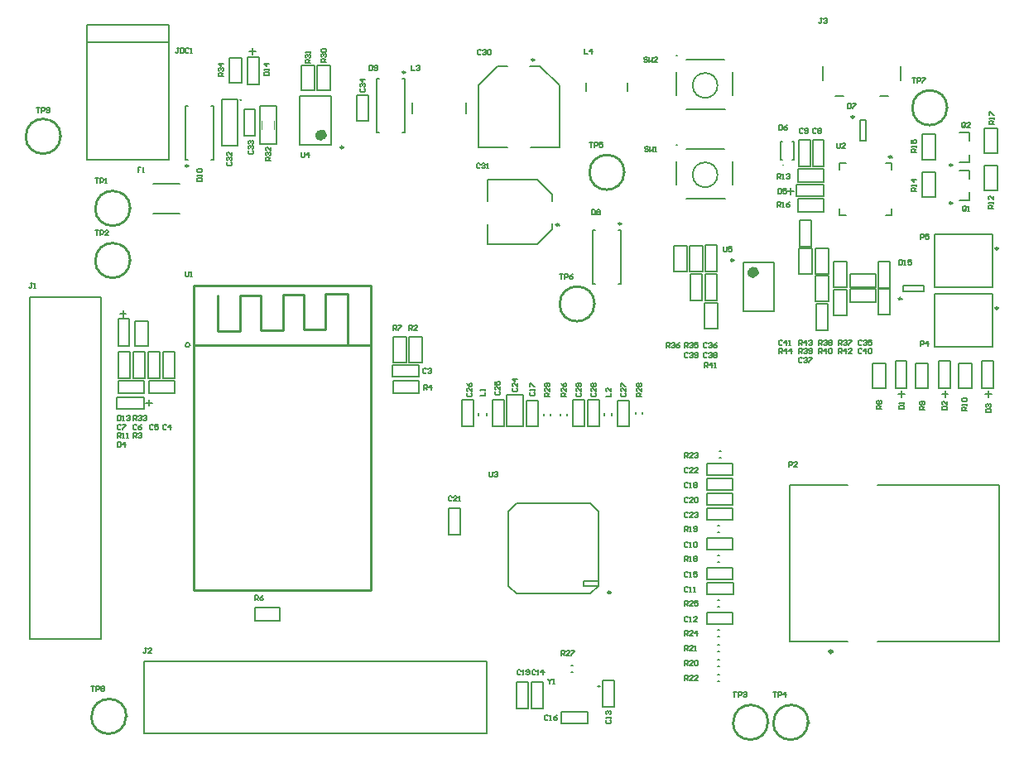
<source format=gto>
%FSTAX23Y23*%
%MOIN*%
%SFA1B1*%

%IPPOS*%
%ADD10C,0.003900*%
%ADD11C,0.009800*%
%ADD12C,0.006000*%
%ADD13C,0.023600*%
%ADD14C,0.010000*%
%ADD15C,0.007900*%
%ADD16C,0.011800*%
%ADD17C,0.007000*%
%ADD18C,0.004000*%
%ADD19C,0.005000*%
%LNv1.0-1*%
%LPD*%
G54D10*
X04059Y0449D02*
D01*
D01*
G75*
G03X04055I-00002J0D01*
G74*G01*
D01*
G75*
G03X04059I00002J0D01*
G74*G01*
X01876Y04752D02*
D01*
D01*
G75*
G03X01872I-00002J0D01*
G74*G01*
D01*
G75*
G03X01876I00002J0D01*
G74*G01*
G54D11*
X0474Y04489D02*
D01*
D01*
G75*
G03X0473I-00004J0D01*
G74*G01*
D01*
G75*
G03X0474I00004J0D01*
G74*G01*
X04739Y04337D02*
D01*
D01*
G75*
G03X04729I-00004J0D01*
G74*G01*
D01*
G75*
G03X04739I00004J0D01*
G74*G01*
X04924Y04153D02*
D01*
D01*
G75*
G03X04914I-00004J0D01*
G74*G01*
D01*
G75*
G03X04924I00004J0D01*
G74*G01*
Y03913D02*
D01*
D01*
G75*
G03X04914I-00004J0D01*
G74*G01*
D01*
G75*
G03X04924I00004J0D01*
G74*G01*
X03057Y04913D02*
D01*
D01*
G75*
G03X03047I-00004J0D01*
G74*G01*
D01*
G75*
G03X03057I00004J0D01*
G74*G01*
X02537Y04863D02*
D01*
D01*
G75*
G03X02527I-00004J0D01*
G74*G01*
D01*
G75*
G03X02537I00004J0D01*
G74*G01*
X02287Y04561D02*
D01*
D01*
G75*
G03X02277I-00004J0D01*
G74*G01*
D01*
G75*
G03X02287I00004J0D01*
G74*G01*
X01662Y04486D02*
D01*
D01*
G75*
G03X01653I-00004J0D01*
G74*G01*
D01*
G75*
G03X01662I00004J0D01*
G74*G01*
X04535Y03951D02*
D01*
D01*
G75*
G03X04525I-00004J0D01*
G74*G01*
D01*
G75*
G03X04535I00004J0D01*
G74*G01*
X03858Y04106D02*
D01*
D01*
G75*
G03X03849I-00004J0D01*
G74*G01*
D01*
G75*
G03X03858I00004J0D01*
G74*G01*
X04495Y04522D02*
D01*
D01*
G75*
G03X04485I-00004J0D01*
G74*G01*
D01*
G75*
G03X04495I00004J0D01*
G74*G01*
X04344Y04683D02*
D01*
D01*
G75*
G03X04334I-00004J0D01*
G74*G01*
D01*
G75*
G03X04344I00004J0D01*
G74*G01*
X03407Y04253D02*
D01*
D01*
G75*
G03X03397I-00004J0D01*
G74*G01*
D01*
G75*
G03X03407I00004J0D01*
G74*G01*
X03364Y02768D02*
D01*
D01*
G75*
G03X03354I-00004J0D01*
G74*G01*
D01*
G75*
G03X03364I00004J0D01*
G74*G01*
X03155Y04248D02*
D01*
D01*
G75*
G03X03145I-00004J0D01*
G74*G01*
D01*
G75*
G03X03155I00004J0D01*
G74*G01*
G54D12*
X03795Y0445D02*
D01*
D01*
G75*
G03X03695I-00050J0D01*
G74*G01*
D01*
G75*
G03X03795I00050J0D01*
G74*G01*
Y0481D02*
D01*
D01*
G75*
G03X03695I-00050J0D01*
G74*G01*
D01*
G75*
G03X03795I00050J0D01*
G74*G01*
X03851Y02642D02*
X03857D01*
Y02688*
X03752D02*
X03857D01*
X03752Y02642D02*
Y02688D01*
Y02642D02*
X03851D01*
X03752Y02808D02*
X03759D01*
X03752Y02762D02*
Y02808D01*
Y02762D02*
X03858D01*
Y02808*
X03759D02*
X03858D01*
X03851Y02822D02*
X03857D01*
Y02868*
X03752D02*
X03857D01*
X03752Y02822D02*
Y02868D01*
Y02822D02*
X03851D01*
X03752Y02942D02*
X03851D01*
X03752D02*
Y02988D01*
X03857*
Y02942D02*
Y02988D01*
X03851Y02942D02*
X03857D01*
X0385Y03062D02*
X03857D01*
Y03108*
X03751D02*
X03857D01*
X03751Y03062D02*
Y03108D01*
Y03062D02*
X0385D01*
X03851Y03122D02*
X03857D01*
Y03168*
X03752D02*
X03857D01*
X03752Y03122D02*
Y03168D01*
Y03122D02*
X03851D01*
Y03182D02*
X03857D01*
Y03228*
X03752D02*
X03857D01*
X03752Y03182D02*
Y03228D01*
Y03182D02*
X03851D01*
Y03242D02*
X03857D01*
Y03288*
X03752D02*
X03857D01*
X03752Y03242D02*
Y03288D01*
Y03242D02*
X03851D01*
X03332Y02307D02*
Y02314D01*
Y02307D02*
X03378D01*
Y02413*
X03332D02*
X03378D01*
X03332Y02314D02*
Y02413D01*
X03266Y02242D02*
X03272D01*
Y02288*
X03167D02*
X03272D01*
X03167Y02242D02*
Y02288D01*
Y02242D02*
X03266D01*
X02487Y03637D02*
X02586D01*
X02487D02*
Y03683D01*
X02592*
Y03637D02*
Y03683D01*
X02586Y03637D02*
X02592D01*
X02493Y03621D02*
X02591D01*
Y03569D02*
Y03621D01*
X02489Y03569D02*
X02591D01*
X02489D02*
Y03621D01*
X02493*
X03438Y03535D02*
Y03542D01*
X03392D02*
X03438D01*
X03392Y03436D02*
Y03542D01*
Y03436D02*
X03438D01*
Y03535*
X03272Y03437D02*
Y03444D01*
Y03437D02*
X03318D01*
Y03543*
X03272D02*
X03318D01*
X03272Y03444D02*
Y03543D01*
X03212Y03437D02*
Y03444D01*
Y03437D02*
X03258D01*
Y03543*
X03212D02*
X03258D01*
X03212Y03444D02*
Y03543D01*
X03073Y03536D02*
Y03542D01*
X03027D02*
X03073D01*
X03027Y03437D02*
Y03542D01*
Y03437D02*
X03073D01*
Y03536*
X03013Y03437D02*
Y03551D01*
X02947Y03437D02*
X03013D01*
X02947D02*
Y03563D01*
X03013*
Y03551D02*
Y03563D01*
X02935Y03537D02*
Y03543D01*
X02889D02*
X02935D01*
X02889Y03438D02*
Y03543D01*
Y03438D02*
X02935D01*
Y03537*
X02767Y03437D02*
Y03444D01*
Y03437D02*
X02813D01*
Y03543*
X02767D02*
X02813D01*
X02767Y03444D02*
Y03543D01*
X03619Y04066D02*
Y04164D01*
X03671*
Y04062D02*
Y04164D01*
X03619Y04062D02*
X03671D01*
X03619D02*
Y04066D01*
X03684D02*
Y04164D01*
X03736*
Y04062D02*
Y04164D01*
X03684Y04062D02*
X03736D01*
X03684D02*
Y04066D01*
X03793Y0406D02*
Y04159D01*
X03747Y0406D02*
X03793D01*
X03747D02*
Y04166D01*
X03793*
Y04159D02*
Y04166D01*
X03747Y03952D02*
Y04051D01*
X03793*
Y03945D02*
Y04051D01*
X03747Y03945D02*
X03793D01*
X03747D02*
Y03952D01*
X03796Y03832D02*
Y0393D01*
X03744Y03832D02*
X03796D01*
X03744D02*
Y03934D01*
X03796*
Y0393D02*
Y03934D01*
X03687Y03952D02*
Y04051D01*
X03733*
Y03945D02*
Y04051D01*
X03687Y03945D02*
X03733D01*
X03687D02*
Y03952D01*
X04218Y04421D02*
X04222D01*
Y04473*
X0412D02*
X04222D01*
X0412Y04421D02*
Y04473D01*
Y04421D02*
X04218D01*
X04112Y04364D02*
X04217D01*
X04112D02*
Y0441D01*
X04222*
Y04399D02*
Y0441D01*
Y04364D02*
Y04399D01*
X04217Y04364D02*
X04222D01*
X04124Y04353D02*
X04222D01*
Y04301D02*
Y04353D01*
X0412Y04301D02*
X04222D01*
X0412D02*
Y04353D01*
X04124*
X0487Y0454D02*
Y04638D01*
X04922*
Y04536D02*
Y04638D01*
X0487Y04536D02*
X04922D01*
X0487D02*
Y0454D01*
Y0439D02*
Y04488D01*
X04922*
Y04386D02*
Y04488D01*
X0487Y04386D02*
X04922D01*
X0487D02*
Y0439D01*
X0462Y04515D02*
Y04613D01*
X04672*
Y04511D02*
Y04613D01*
X0462Y04511D02*
X04672D01*
X0462D02*
Y04515D01*
Y04363D02*
Y04461D01*
X04672*
Y04359D02*
Y04461D01*
X0462Y04359D02*
X04672D01*
X0462D02*
Y04363D01*
X04905Y03695D02*
Y037D01*
X0487D02*
X04905D01*
X04859D02*
X0487D01*
X04859Y0359D02*
Y037D01*
Y0359D02*
X04905D01*
Y03695*
X04766Y0359D02*
Y03594D01*
Y0359D02*
X04818D01*
Y03692*
X04766D02*
X04818D01*
X04766Y03594D02*
Y03692D01*
X04731Y03695D02*
Y037D01*
X04696D02*
X04731D01*
X04685D02*
X04696D01*
X04685Y0359D02*
Y037D01*
Y0359D02*
X04731D01*
Y03695*
X04592Y0359D02*
Y03594D01*
Y0359D02*
X04644D01*
Y03692*
X04592D02*
X04644D01*
X04592Y03594D02*
Y03692D01*
X04557Y03695D02*
Y037D01*
X04522D02*
X04557D01*
X04511D02*
X04522D01*
X04511Y0359D02*
Y037D01*
Y0359D02*
X04557D01*
Y03695*
X04419Y0359D02*
Y03594D01*
Y0359D02*
X04471D01*
Y03692*
X04419D02*
X04471D01*
X04419Y03594D02*
Y03692D01*
X04442Y03892D02*
Y03991D01*
X04488*
Y03886D02*
Y03991D01*
X04442Y03886D02*
X04488D01*
X04442D02*
Y03892D01*
Y04002D02*
Y04101D01*
X04488*
Y03995D02*
Y04101D01*
X04442Y03995D02*
X04488D01*
X04442D02*
Y04002D01*
X04329Y03937D02*
X04427D01*
X04329D02*
Y03989D01*
X04431*
Y03937D02*
Y03989D01*
X04427Y03937D02*
X04431D01*
X04329Y03997D02*
X04427D01*
X04329D02*
Y04049D01*
X04431*
Y03997D02*
Y04049D01*
X04427Y03997D02*
X04431D01*
X04264Y04001D02*
Y04099D01*
X04316*
Y03997D02*
Y04099D01*
X04264Y03997D02*
X04316D01*
X04264D02*
Y04001D01*
Y03888D02*
Y03986D01*
X04316*
Y03884D02*
Y03986D01*
X04264Y03884D02*
X04316D01*
X04264D02*
Y03888D01*
X04241Y04052D02*
Y0415D01*
X04189Y04052D02*
X04241D01*
X04189D02*
Y04154D01*
X04241*
Y0415D02*
Y04154D01*
X04173Y04162D02*
Y04261D01*
X04127Y04162D02*
X04173D01*
X04127D02*
Y04267D01*
X04173*
Y04261D02*
Y04267D01*
X04176Y04052D02*
Y0415D01*
X04124Y04052D02*
X04176D01*
X04124D02*
Y04154D01*
X04176*
Y0415D02*
Y04154D01*
X04241Y03942D02*
Y0404D01*
X04189Y03942D02*
X04241D01*
X04189D02*
Y04044D01*
X04241*
Y0404D02*
Y04044D01*
X04192Y03832D02*
Y03931D01*
X04238*
Y03825D02*
Y03931D01*
X04192Y03825D02*
X04238D01*
X04192D02*
Y03832D01*
X03855Y0441D02*
Y04505D01*
X0367Y04555D02*
X03824D01*
X0363Y0441D02*
Y04505D01*
X0367Y04355D02*
X03825D01*
X03855Y0477D02*
Y04865D01*
X0367Y04915D02*
X03824D01*
X0363Y0477D02*
Y04865D01*
X0367Y04715D02*
X03825D01*
X02342Y04673D02*
Y04772D01*
X02388*
Y04666D02*
Y04772D01*
X02342Y04666D02*
X02388D01*
X02342D02*
Y04673D01*
X02119Y04793D02*
Y04891D01*
X02171*
Y04789D02*
Y04891D01*
X02119Y04789D02*
X02171D01*
X02119D02*
Y04793D01*
X02236Y04789D02*
Y04887D01*
X02184Y04789D02*
X02236D01*
X02184D02*
Y04891D01*
X02236*
Y04887D02*
Y04891D01*
X01888Y04615D02*
Y04714D01*
X01934*
Y04608D02*
Y04714D01*
X01888Y04608D02*
X01934D01*
X01888D02*
Y04615D01*
X01798Y04754D02*
X01862D01*
X01798Y04566D02*
Y04754D01*
Y04566D02*
X01862D01*
Y04754*
X0188Y0482D02*
Y04918D01*
X01828Y0482D02*
X0188D01*
X01828D02*
Y04922D01*
X0188*
Y04918D02*
Y04922D01*
X01902Y0482D02*
Y04925D01*
X01948*
Y04815D02*
Y04925D01*
X01937Y04815D02*
X01948D01*
X01902D02*
X01937D01*
X01902D02*
Y0482D01*
X01501Y03759D02*
Y03857D01*
X01449Y03759D02*
X01501D01*
X01449D02*
Y03861D01*
X01501*
Y03857D02*
Y03861D01*
X01381Y03764D02*
Y03869D01*
X01427*
Y03759D02*
Y03869D01*
X01416Y03759D02*
X01427D01*
X01381D02*
X01416D01*
X01381D02*
Y03764D01*
X01608Y03632D02*
Y03731D01*
X01562Y03632D02*
X01608D01*
X01562D02*
Y03737D01*
X01608*
Y03731D02*
Y03737D01*
X01548Y03632D02*
Y03731D01*
X01502Y03632D02*
X01548D01*
X01502D02*
Y03737D01*
X01548*
Y03731D02*
Y03737D01*
X01488Y03632D02*
Y03731D01*
X01442Y03632D02*
X01488D01*
X01442D02*
Y03737D01*
X01488*
Y03731D02*
Y03737D01*
X01428Y03632D02*
Y03731D01*
X01382Y03632D02*
X01428D01*
X01382D02*
Y03737D01*
X01428*
Y03731D02*
Y03737D01*
X01506Y03569D02*
X01604D01*
X01506D02*
Y03621D01*
X01608*
Y03569D02*
Y03621D01*
X01604Y03569D02*
X01608D01*
X01384D02*
X01482D01*
X01384D02*
Y03621D01*
X01486*
Y03569D02*
Y03621D01*
X01482Y03569D02*
X01486D01*
X0138Y03553D02*
X01485D01*
Y03507D02*
Y03553D01*
X01375Y03507D02*
X01485D01*
X01375D02*
Y03518D01*
Y03553*
X0138*
X04224Y04583D02*
Y0459D01*
X04178D02*
X04224D01*
X04178Y04484D02*
Y0459D01*
Y04484D02*
X04224D01*
Y04583*
X04169D02*
Y0459D01*
X04123D02*
X04169D01*
X04123Y04484D02*
Y0459D01*
Y04484D02*
X04169D01*
Y04583*
X02029Y02654D02*
X02033D01*
Y02706*
X01931D02*
X02033D01*
X01931Y02654D02*
Y02706D01*
Y02654D02*
X02029D01*
X02489Y03694D02*
Y03698D01*
Y03694D02*
X02541D01*
Y03796*
X02489D02*
X02541D01*
X02489Y03698D02*
Y03796D01*
X02554Y03694D02*
Y03698D01*
Y03694D02*
X02606D01*
Y03796*
X02554D02*
X02606D01*
X02554Y03698D02*
Y03796D01*
X02758Y03101D02*
Y03107D01*
X02712D02*
X02758D01*
X02712Y03002D02*
Y03107D01*
Y03002D02*
X02758D01*
Y03101*
X02987Y02309D02*
Y02408D01*
X03033*
Y02302D02*
Y02408D01*
X02987Y02302D02*
X03033D01*
X02987D02*
Y02309D01*
X03047D02*
Y02408D01*
X03093*
Y02302D02*
Y02408D01*
X03047Y02302D02*
X03093D01*
X03047D02*
Y02309D01*
G54D13*
X0221Y0461D02*
D01*
D01*
G75*
G03X02186I-00011J0D01*
G74*G01*
D01*
G75*
G03X0221I00011J0D01*
G74*G01*
X0395Y04057D02*
D01*
D01*
G75*
G03X03926I-00011J0D01*
G74*G01*
D01*
G75*
G03X0395I00011J0D01*
G74*G01*
G54D14*
X0115Y04605D02*
D01*
D01*
G75*
G03X01009I-00070J0D01*
G74*G01*
D01*
G75*
G03X0115I00070J0D01*
G74*G01*
X0143Y04105D02*
D01*
D01*
G75*
G03X01289I-00070J0D01*
G74*G01*
D01*
G75*
G03X0143I00070J0D01*
G74*G01*
Y04315D02*
D01*
D01*
G75*
G03X01289I-00070J0D01*
G74*G01*
D01*
G75*
G03X0143I00070J0D01*
G74*G01*
X04161Y02245D02*
D01*
D01*
G75*
G03X04019I-00070J0D01*
G74*G01*
D01*
G75*
G03X04161I00070J0D01*
G74*G01*
X03999D02*
D01*
D01*
G75*
G03X03857I-00070J0D01*
G74*G01*
D01*
G75*
G03X03999I00070J0D01*
G74*G01*
X033Y0393D02*
D01*
D01*
G75*
G03X03159I-00070J0D01*
G74*G01*
D01*
G75*
G03X033I00070J0D01*
G74*G01*
X01415Y02269D02*
D01*
D01*
G75*
G03X01273I-00070J0D01*
G74*G01*
D01*
G75*
G03X01415I00070J0D01*
G74*G01*
X0342Y0446D02*
D01*
D01*
G75*
G03X03279I-00070J0D01*
G74*G01*
D01*
G75*
G03X0342I00070J0D01*
G74*G01*
X0472Y0472D02*
D01*
D01*
G75*
G03X04579I-00070J0D01*
G74*G01*
D01*
G75*
G03X0472I00070J0D01*
G74*G01*
X01685Y03764D02*
X02395D01*
X01685Y02776D02*
Y03764D01*
Y02776D02*
X02398D01*
Y04004*
X01685D02*
X02398D01*
X01685Y03764D02*
Y04004D01*
X02305Y03764D02*
Y03969D01*
X02217D02*
X02305D01*
X02217Y03827D02*
Y03969D01*
X02128Y03827D02*
X02217D01*
X02128D02*
Y03966D01*
X02047D02*
X02128D01*
X02047Y03825D02*
Y03966D01*
X01957Y03825D02*
X02047D01*
X01957D02*
Y03964D01*
X01872D02*
X01957D01*
X01872Y03821D02*
Y03964D01*
X01782Y03821D02*
X01872D01*
X01782D02*
Y03963D01*
G54D15*
X01671Y03765D02*
D01*
D01*
G75*
G03X01651I-00009J0D01*
G74*G01*
D01*
G75*
G03X01671I00009J0D01*
G74*G01*
X03322Y02389D02*
D01*
D01*
G75*
G03X03314I-00003J0D01*
G74*G01*
D01*
G75*
G03X03322I00003J0D01*
G74*G01*
X03796Y02411D02*
X03803D01*
X03796Y02438D02*
X03803D01*
X03796Y02498D02*
X03803D01*
X03796Y02471D02*
X03803D01*
X03796Y02558D02*
X03803D01*
X03796Y02531D02*
X03803D01*
X03796Y02591D02*
X03803D01*
X03796Y02618D02*
X03803D01*
X03796Y02711D02*
X03803D01*
X03796Y02738D02*
X03803D01*
X03796Y02891D02*
X03803D01*
X03796Y02918D02*
X03803D01*
X03796Y03011D02*
X03803D01*
X03796Y03038D02*
X03803D01*
X03493Y03486D02*
Y03493D01*
X03466Y03486D02*
Y03493D01*
X0337Y03481D02*
Y03489D01*
X03339Y03481D02*
Y03489D01*
X03188Y03481D02*
Y03488D01*
X03161Y03481D02*
Y03488D01*
X03096Y03481D02*
Y03488D01*
X03123Y03481D02*
Y03488D01*
X02865Y03481D02*
Y03489D01*
X02834Y03481D02*
Y03489D01*
X04096Y04583D02*
X04104D01*
X04096Y04512D02*
X04104D01*
X04049Y04583D02*
X04057D01*
X04049Y04512D02*
X04057D01*
X04104D02*
Y04583D01*
X04049Y04512D02*
Y04583D01*
X0481Y045D02*
Y04532D01*
X0477Y045D02*
X0481D01*
Y04587D02*
Y04619D01*
X0477D02*
X0481D01*
X04809Y04348D02*
Y0438D01*
X04769Y04348D02*
X04809D01*
Y04435D02*
Y04467D01*
X04769D02*
X04809D01*
X04902Y03996D02*
Y0421D01*
X04668D02*
X04902D01*
X04668Y03996D02*
Y0421D01*
Y03996D02*
X04902D01*
Y03756D02*
Y0397D01*
X04668D02*
X04902D01*
X04668Y03756D02*
Y0397D01*
Y03756D02*
X04902D01*
X02831Y04809D02*
X0291Y04888D01*
X03079D02*
X03158Y04809D01*
X0291Y04888D02*
X02949D01*
X0304D02*
X03079D01*
X02831Y04561D02*
Y04809D01*
X03158Y04561D02*
Y04809D01*
X02831Y04561D02*
X02949D01*
X03044D02*
X03158D01*
X02535Y04621D02*
Y04838D01*
X02424Y04621D02*
Y04838D01*
X02526D02*
X02535D01*
X02526Y04621D02*
X02535D01*
X02424Y04838D02*
X02433D01*
X02424Y04621D02*
X02433D01*
X02238Y04571D02*
Y04768D01*
X02112Y04571D02*
Y04768D01*
Y04571D02*
X02238D01*
X02112Y04768D02*
X02238D01*
X01756Y04728D02*
X01765D01*
X01756Y04511D02*
X01765D01*
X01654Y04728D02*
X01663D01*
X01654Y04511D02*
X01663D01*
X01765D02*
Y04728D01*
X01654Y04511D02*
Y04728D01*
X01027Y0258D02*
X01314D01*
X01027Y03958D02*
X01314D01*
X01027Y0258D02*
Y03958D01*
X01314Y0258D02*
Y03958D01*
X04543Y04005D02*
X04626D01*
X04543Y03981D02*
X04626D01*
Y04005*
X04543Y03981D02*
Y04005D01*
X03899Y039D02*
X04021D01*
X03899Y04096D02*
X04021D01*
Y039D02*
Y04096D01*
X03899Y039D02*
Y04096D01*
X04287Y04472D02*
Y04497D01*
X04312*
X04287Y04288D02*
Y04313D01*
Y04288D02*
X04312D01*
X04471D02*
X04496D01*
Y04313*
Y04472D02*
Y04497D01*
X04471D02*
X04496D01*
X04393Y04586D02*
Y04669D01*
X04369Y04586D02*
Y04669D01*
Y04586D02*
X04393D01*
X04369Y04669D02*
X04393D01*
X04449Y04768D02*
X04483D01*
X04534Y04832D02*
Y04886D01*
X04219Y04832D02*
Y04886D01*
X0427Y04768D02*
X04303D01*
X03405Y04011D02*
Y04228D01*
X03294Y04011D02*
Y04228D01*
X03396D02*
X03405D01*
X03396Y04011D02*
X03405D01*
X03294Y04228D02*
X03303D01*
X03294Y04011D02*
X03303D01*
X03206Y02473D02*
X03213D01*
X03206Y02446D02*
X03213D01*
X03316Y02795D02*
Y03094D01*
X02953Y02795D02*
Y03094D01*
X02985Y02763D02*
X03284D01*
X02985Y03126D02*
X03284D01*
Y02763D02*
X03316Y02795D01*
X02953D02*
X02985Y02763D01*
X03284Y03126D02*
X03316Y03094D01*
X02953D02*
X02985Y03126D01*
X03257Y02795D02*
X03316D01*
X03257D02*
Y02815D01*
X03316*
X03801Y03311D02*
X03808D01*
X03801Y03338D02*
X03808D01*
X02865Y02202D02*
Y02489D01*
X01487Y02202D02*
Y02489D01*
Y02202D02*
X02865D01*
X01487Y02489D02*
X02865D01*
X03265Y04787D02*
Y04822D01*
X03434Y04787D02*
Y04822D01*
X02566Y04698D02*
Y04741D01*
X02783Y04698D02*
Y04741D01*
X01521Y04295D02*
X01628D01*
X01521Y04414D02*
X01628D01*
X0307Y04429D02*
X03129Y0437D01*
X0307Y0417D02*
X03129Y04229D01*
X0287Y0417D02*
Y0425D01*
Y04345D02*
Y04429D01*
Y0417D02*
X0307D01*
X0287Y04429D02*
X0307D01*
X03129Y04229D02*
Y04254D01*
Y04345D02*
Y0437D01*
G54D16*
X04257Y0253D02*
D01*
D01*
G75*
G03X04246I-00005J0D01*
G74*G01*
D01*
G75*
G03X04257I00005J0D01*
G74*G01*
G54D17*
X0363Y04569D02*
X03631Y0457D01*
X0363Y04929D02*
X03631Y0493D01*
X01255Y05055D02*
X01585D01*
X01255Y0451D02*
X01585D01*
Y05055*
X01255Y0451D02*
Y05055D01*
Y04985D02*
X01585D01*
G54D18*
X0201Y04633D02*
Y04667D01*
X0196Y04633D02*
Y04667D01*
G54D19*
X01951Y04574D02*
Y04727D01*
Y04574D02*
X02018D01*
Y04727*
X01951D02*
X02018D01*
X04087Y0257D02*
Y032D01*
X04929Y0257D02*
Y032D01*
X0444D02*
X04929D01*
X04087D02*
X04318D01*
X0444Y0257D02*
X04929D01*
X04087D02*
X04318D01*
X03663Y02414D02*
Y02434D01*
X03673*
X03676Y0243*
Y02424*
X03673Y0242*
X03663*
X0367D02*
X03676Y02414D01*
X03696D02*
X03683D01*
X03696Y02427*
Y0243*
X03693Y02434*
X03686*
X03683Y0243*
X03716Y02414D02*
X03703D01*
X03716Y02427*
Y0243*
X03713Y02434*
X03706*
X03703Y0243*
X03663Y02474D02*
Y02494D01*
X03673*
X03676Y0249*
Y02484*
X03673Y0248*
X03663*
X0367D02*
X03676Y02474D01*
X03696D02*
X03683D01*
X03696Y02487*
Y0249*
X03693Y02494*
X03686*
X03683Y0249*
X03703D02*
X03706Y02494D01*
X03713*
X03716Y0249*
Y02477*
X03713Y02474*
X03706*
X03703Y02477*
Y0249*
X03663Y02534D02*
Y02554D01*
X03673*
X03676Y0255*
Y02544*
X03673Y0254*
X03663*
X0367D02*
X03676Y02534D01*
X03696D02*
X03683D01*
X03696Y02547*
Y0255*
X03693Y02554*
X03686*
X03683Y0255*
X03703Y02534D02*
X0371D01*
X03706*
Y02554*
X03703Y0255*
X03663Y02594D02*
Y02614D01*
X03673*
X03676Y0261*
Y02604*
X03673Y026*
X03663*
X0367D02*
X03676Y02594D01*
X03696D02*
X03683D01*
X03696Y02607*
Y0261*
X03693Y02614*
X03686*
X03683Y0261*
X03713Y02594D02*
Y02614D01*
X03703Y02604*
X03716*
X03676Y02668D02*
X03673Y02672D01*
X03666*
X03663Y02668*
Y02655*
X03666Y02652*
X03673*
X03676Y02655*
X03683Y02652D02*
X0369D01*
X03686*
Y02672*
X03683Y02668*
X03713Y02652D02*
X037D01*
X03713Y02665*
Y02668*
X0371Y02672*
X03703*
X037Y02668*
X03663Y02714D02*
Y02734D01*
X03673*
X03676Y0273*
Y02724*
X03673Y0272*
X03663*
X0367D02*
X03676Y02714D01*
X03696D02*
X03683D01*
X03696Y02727*
Y0273*
X03693Y02734*
X03686*
X03683Y0273*
X03716Y02734D02*
X03703D01*
Y02724*
X0371Y02727*
X03713*
X03716Y02724*
Y02717*
X03713Y02714*
X03706*
X03703Y02717*
X03676Y02788D02*
X03673Y02792D01*
X03666*
X03663Y02788*
Y02775*
X03666Y02772*
X03673*
X03676Y02775*
X03683Y02772D02*
X0369D01*
X03686*
Y02792*
X03683Y02788*
X037Y02772D02*
X03706D01*
X03703*
Y02792*
X037Y02788*
X03676Y02848D02*
X03673Y02852D01*
X03666*
X03663Y02848*
Y02835*
X03666Y02832*
X03673*
X03676Y02835*
X03683Y02832D02*
X0369D01*
X03686*
Y02852*
X03683Y02848*
X03713Y02852D02*
X037D01*
Y02842*
X03706Y02845*
X0371*
X03713Y02842*
Y02835*
X0371Y02832*
X03703*
X037Y02835*
X03663Y02894D02*
Y02914D01*
X03673*
X03676Y0291*
Y02904*
X03673Y029*
X03663*
X0367D02*
X03676Y02894D01*
X03683D02*
X0369D01*
X03686*
Y02914*
X03683Y0291*
X037D02*
X03703Y02914D01*
X0371*
X03713Y0291*
Y02907*
X0371Y02904*
X03713Y029*
Y02897*
X0371Y02894*
X03703*
X037Y02897*
Y029*
X03703Y02904*
X037Y02907*
Y0291*
X03703Y02904D02*
X0371D01*
X03676Y02968D02*
X03673Y02972D01*
X03666*
X03663Y02968*
Y02955*
X03666Y02952*
X03673*
X03676Y02955*
X03683Y02952D02*
X0369D01*
X03686*
Y02972*
X03683Y02968*
X037D02*
X03703Y02972D01*
X0371*
X03713Y02968*
Y02955*
X0371Y02952*
X03703*
X037Y02955*
Y02968*
X03663Y03014D02*
Y03034D01*
X03673*
X03676Y0303*
Y03024*
X03673Y0302*
X03663*
X0367D02*
X03676Y03014D01*
X03683D02*
X0369D01*
X03686*
Y03034*
X03683Y0303*
X037Y03017D02*
X03703Y03014D01*
X0371*
X03713Y03017*
Y0303*
X0371Y03034*
X03703*
X037Y0303*
Y03027*
X03703Y03024*
X03713*
X03676Y03088D02*
X03673Y03092D01*
X03666*
X03663Y03088*
Y03075*
X03666Y03072*
X03673*
X03676Y03075*
X03696Y03072D02*
X03683D01*
X03696Y03085*
Y03088*
X03693Y03092*
X03686*
X03683Y03088*
X03703D02*
X03706Y03092D01*
X03713*
X03716Y03088*
Y03085*
X03713Y03082*
X0371*
X03713*
X03716Y03078*
Y03075*
X03713Y03072*
X03706*
X03703Y03075*
X03676Y03148D02*
X03673Y03152D01*
X03666*
X03663Y03148*
Y03135*
X03666Y03132*
X03673*
X03676Y03135*
X03696Y03132D02*
X03683D01*
X03696Y03145*
Y03148*
X03693Y03152*
X03686*
X03683Y03148*
X03703D02*
X03706Y03152D01*
X03713*
X03716Y03148*
Y03135*
X03713Y03132*
X03706*
X03703Y03135*
Y03148*
X03676Y03208D02*
X03673Y03212D01*
X03666*
X03663Y03208*
Y03195*
X03666Y03192*
X03673*
X03676Y03195*
X03683Y03192D02*
X0369D01*
X03686*
Y03212*
X03683Y03208*
X037D02*
X03703Y03212D01*
X0371*
X03713Y03208*
Y03205*
X0371Y03202*
X03713Y03198*
Y03195*
X0371Y03192*
X03703*
X037Y03195*
Y03198*
X03703Y03202*
X037Y03205*
Y03208*
X03703Y03202D02*
X0371D01*
X03676Y03268D02*
X03673Y03272D01*
X03666*
X03663Y03268*
Y03255*
X03666Y03252*
X03673*
X03676Y03255*
X03696Y03252D02*
X03683D01*
X03696Y03265*
Y03268*
X03693Y03272*
X03686*
X03683Y03268*
X03716Y03252D02*
X03703D01*
X03716Y03265*
Y03268*
X03713Y03272*
X03706*
X03703Y03268*
X03663Y0331D02*
Y0333D01*
X03673*
X03676Y03326*
Y0332*
X03673Y03316*
X03663*
X0367D02*
X03676Y0331D01*
X03696D02*
X03683D01*
X03696Y03323*
Y03326*
X03693Y0333*
X03686*
X03683Y03326*
X03703D02*
X03706Y0333D01*
X03713*
X03716Y03326*
Y03323*
X03713Y0332*
X0371*
X03713*
X03716Y03316*
Y03313*
X03713Y0331*
X03706*
X03703Y03313*
X03348Y02253D02*
X03345Y0225D01*
Y02243*
X03348Y0224*
X03361*
X03365Y02243*
Y0225*
X03361Y02253*
X03365Y0226D02*
Y02266D01*
Y02263*
X03345*
X03348Y0226*
Y02276D02*
X03345Y0228D01*
Y02286*
X03348Y0229*
X03351*
X03355Y02286*
Y02283*
Y02286*
X03358Y0229*
X03361*
X03365Y02286*
Y0228*
X03361Y02276*
X03113Y02271D02*
X0311Y02275D01*
X03103*
X031Y02271*
Y02258*
X03103Y02255*
X0311*
X03113Y02258*
X0312Y02255D02*
X03126D01*
X03123*
Y02275*
X0312Y02271*
X0315Y02275D02*
X03143Y02271D01*
X03136Y02265*
Y02258*
X0314Y02255*
X03146*
X0315Y02258*
Y02261*
X03146Y02265*
X03136*
X02621Y03666D02*
X02618Y0367D01*
X02611*
X02608Y03666*
Y03653*
X02611Y0365*
X02618*
X02621Y03653*
X02628Y03666D02*
X02631Y0367D01*
X02638*
X02641Y03666*
Y03663*
X02638Y0366*
X02635*
X02638*
X02641Y03656*
Y03653*
X02638Y0365*
X02631*
X02628Y03653*
X02613Y03585D02*
Y03605D01*
X02623*
X02626Y03601*
Y03595*
X02623Y03591*
X02613*
X0262D02*
X02626Y03585D01*
X02643D02*
Y03605D01*
X02633Y03595*
X02646*
X0349Y03558D02*
X0347D01*
Y03568*
X03473Y03571*
X0348*
X03483Y03568*
Y03558*
Y03565D02*
X0349Y03571D01*
Y03591D02*
Y03578D01*
X03476Y03591*
X03473*
X0347Y03588*
Y03581*
X03473Y03578*
Y03598D02*
X0347Y03601D01*
Y03608*
X03473Y03611*
X03476*
X0348Y03608*
X03483Y03611*
X03486*
X0349Y03608*
Y03601*
X03486Y03598*
X03483*
X0348Y03601*
X03476Y03598*
X03473*
X0348Y03601D02*
Y03608D01*
X03408Y03571D02*
X03405Y03568D01*
Y03561*
X03408Y03558*
X03421*
X03425Y03561*
Y03568*
X03421Y03571*
X03425Y03591D02*
Y03578D01*
X03411Y03591*
X03408*
X03405Y03588*
Y03581*
X03408Y03578*
X03405Y03598D02*
Y03611D01*
X03408*
X03421Y03598*
X03425*
X03345Y03558D02*
X03365D01*
Y03571*
Y03591D02*
Y03578D01*
X03351Y03591*
X03348*
X03345Y03588*
Y03581*
X03348Y03578*
X03288Y03571D02*
X03285Y03568D01*
Y03561*
X03288Y03558*
X03301*
X03305Y03561*
Y03568*
X03301Y03571*
X03305Y03591D02*
Y03578D01*
X03291Y03591*
X03288*
X03285Y03588*
Y03581*
X03288Y03578*
Y03598D02*
X03285Y03601D01*
Y03608*
X03288Y03611*
X03291*
X03295Y03608*
X03298Y03611*
X03301*
X03305Y03608*
Y03601*
X03301Y03598*
X03298*
X03295Y03601*
X03291Y03598*
X03288*
X03295Y03601D02*
Y03608D01*
X03228Y03571D02*
X03225Y03568D01*
Y03561*
X03228Y03558*
X03241*
X03245Y03561*
Y03568*
X03241Y03571*
X03245Y03591D02*
Y03578D01*
X03231Y03591*
X03228*
X03225Y03588*
Y03581*
X03228Y03578*
X03241Y03598D02*
X03245Y03601D01*
Y03608*
X03241Y03611*
X03228*
X03225Y03608*
Y03601*
X03228Y03598*
X03231*
X03235Y03601*
Y03611*
X03185Y03558D02*
X03165D01*
Y03568*
X03168Y03571*
X03175*
X03178Y03568*
Y03558*
Y03565D02*
X03185Y03571D01*
Y03591D02*
Y03578D01*
X03171Y03591*
X03168*
X03165Y03588*
Y03581*
X03168Y03578*
X03165Y03611D02*
X03168Y03605D01*
X03175Y03598*
X03181*
X03185Y03601*
Y03608*
X03181Y03611*
X03178*
X03175Y03608*
Y03598*
X0312Y03558D02*
X031D01*
Y03568*
X03103Y03571*
X0311*
X03113Y03568*
Y03558*
Y03565D02*
X0312Y03571D01*
Y03591D02*
Y03578D01*
X03106Y03591*
X03103*
X031Y03588*
Y03581*
X03103Y03578*
X03116Y03598D02*
X0312Y03601D01*
Y03608*
X03116Y03611*
X03103*
X031Y03608*
Y03601*
X03103Y03598*
X03106*
X0311Y03601*
Y03611*
X03043Y03573D02*
X0304Y0357D01*
Y03563*
X03043Y0356*
X03056*
X0306Y03563*
Y0357*
X03056Y03573*
X0306Y0358D02*
Y03586D01*
Y03583*
X0304*
X03043Y0358*
X0304Y03596D02*
Y0361D01*
X03043*
X03056Y03596*
X0306*
X02973Y03591D02*
X0297Y03588D01*
Y03581*
X02973Y03578*
X02986*
X0299Y03581*
Y03588*
X02986Y03591*
X0299Y03611D02*
Y03598D01*
X02976Y03611*
X02973*
X0297Y03608*
Y03601*
X02973Y03598*
X0299Y03628D02*
X0297D01*
X0298Y03618*
Y03631*
X02903Y03576D02*
X029Y03573D01*
Y03566*
X02903Y03563*
X02916*
X0292Y03566*
Y03573*
X02916Y03576*
X0292Y03596D02*
Y03583D01*
X02906Y03596*
X02903*
X029Y03593*
Y03586*
X02903Y03583*
X029Y03616D02*
Y03603D01*
X0291*
X02906Y0361*
Y03613*
X0291Y03616*
X02916*
X0292Y03613*
Y03606*
X02916Y03603*
X0284Y03561D02*
X0286D01*
Y03575*
Y03581D02*
Y03588D01*
Y03585*
X0284*
X02843Y03581*
X02788Y03571D02*
X02785Y03568D01*
Y03561*
X02788Y03558*
X02801*
X02805Y03561*
Y03568*
X02801Y03571*
X02805Y03591D02*
Y03578D01*
X02791Y03591*
X02788*
X02785Y03588*
Y03581*
X02788Y03578*
X02785Y03611D02*
X02788Y03605D01*
X02795Y03598*
X02801*
X02805Y03601*
Y03608*
X02801Y03611*
X02798*
X02795Y03608*
Y03598*
X03588Y03755D02*
Y03775D01*
X03598*
X03601Y03771*
Y03765*
X03598Y03761*
X03588*
X03595D02*
X03601Y03755D01*
X03608Y03771D02*
X03611Y03775D01*
X03618*
X03621Y03771*
Y03768*
X03618Y03765*
X03615*
X03618*
X03621Y03761*
Y03758*
X03618Y03755*
X03611*
X03608Y03758*
X03641Y03775D02*
X03635Y03771D01*
X03628Y03765*
Y03758*
X03631Y03755*
X03638*
X03641Y03758*
Y03761*
X03638Y03765*
X03628*
X03663Y03755D02*
Y03775D01*
X03673*
X03676Y03771*
Y03765*
X03673Y03761*
X03663*
X0367D02*
X03676Y03755D01*
X03683Y03771D02*
X03686Y03775D01*
X03693*
X03696Y03771*
Y03768*
X03693Y03765*
X0369*
X03693*
X03696Y03761*
Y03758*
X03693Y03755*
X03686*
X03683Y03758*
X03716Y03775D02*
X03703D01*
Y03765*
X0371Y03768*
X03713*
X03716Y03765*
Y03758*
X03713Y03755*
X03706*
X03703Y03758*
X03751Y03771D02*
X03748Y03775D01*
X03741*
X03738Y03771*
Y03758*
X03741Y03755*
X03748*
X03751Y03758*
X03758Y03771D02*
X03761Y03775D01*
X03768*
X03771Y03771*
Y03768*
X03768Y03765*
X03765*
X03768*
X03771Y03761*
Y03758*
X03768Y03755*
X03761*
X03758Y03758*
X03791Y03775D02*
X03785Y03771D01*
X03778Y03765*
Y03758*
X03781Y03755*
X03788*
X03791Y03758*
Y03761*
X03788Y03765*
X03778*
X03751Y03731D02*
X03748Y03735D01*
X03741*
X03738Y03731*
Y03718*
X03741Y03715*
X03748*
X03751Y03718*
X03758Y03731D02*
X03761Y03735D01*
X03768*
X03771Y03731*
Y03728*
X03768Y03725*
X03765*
X03768*
X03771Y03721*
Y03718*
X03768Y03715*
X03761*
X03758Y03718*
X03778Y03731D02*
X03781Y03735D01*
X03788*
X03791Y03731*
Y03728*
X03788Y03725*
X03791Y03721*
Y03718*
X03788Y03715*
X03781*
X03778Y03718*
Y03721*
X03781Y03725*
X03778Y03728*
Y03731*
X03781Y03725D02*
X03788D01*
X03741Y03675D02*
Y03695D01*
X03751*
X03755Y03691*
Y03685*
X03751Y03681*
X03741*
X03748D02*
X03755Y03675D01*
X03771D02*
Y03695D01*
X03761Y03685*
X03775*
X03781Y03675D02*
X03788D01*
X03785*
Y03695*
X03781Y03691*
X03676Y03731D02*
X03673Y03735D01*
X03666*
X03663Y03731*
Y03718*
X03666Y03715*
X03673*
X03676Y03718*
X03683Y03731D02*
X03686Y03735D01*
X03693*
X03696Y03731*
Y03728*
X03693Y03725*
X0369*
X03693*
X03696Y03721*
Y03718*
X03693Y03715*
X03686*
X03683Y03718*
X03703D02*
X03706Y03715D01*
X03713*
X03716Y03718*
Y03731*
X03713Y03735*
X03706*
X03703Y03731*
Y03728*
X03706Y03725*
X03716*
X04043Y0465D02*
Y0463D01*
X04053*
X04056Y04633*
Y04646*
X04053Y0465*
X04043*
X04076D02*
X0407Y04646D01*
X04063Y0464*
Y04633*
X04066Y0463*
X04073*
X04076Y04633*
Y04636*
X04073Y0464*
X04063*
X04035Y04435D02*
Y04455D01*
X04045*
X04048Y04451*
Y04445*
X04045Y04441*
X04035*
X04041D02*
X04048Y04435D01*
X04055D02*
X04061D01*
X04058*
Y04455*
X04055Y04451*
X04071D02*
X04075Y04455D01*
X04081*
X04085Y04451*
Y04448*
X04081Y04445*
X04078*
X04081*
X04085Y04441*
Y04438*
X04081Y04435*
X04075*
X04071Y04438*
X04038Y04395D02*
Y04375D01*
X04048*
X04051Y04378*
Y04391*
X04048Y04395*
X04038*
X04071D02*
X04058D01*
Y04385*
X04065Y04388*
X04068*
X04071Y04385*
Y04378*
X04068Y04375*
X04061*
X04058Y04378*
X04103Y04385D02*
X04077D01*
X0409Y04397D02*
Y04372D01*
X04035Y0432D02*
Y0434D01*
X04045*
X04048Y04336*
Y0433*
X04045Y04326*
X04035*
X04041D02*
X04048Y0432D01*
X04055D02*
X04061D01*
X04058*
Y0434*
X04055Y04336*
X04085Y0434D02*
X04078Y04336D01*
X04071Y0433*
Y04323*
X04075Y0432*
X04081*
X04085Y04323*
Y04326*
X04081Y0433*
X04071*
X0491Y04655D02*
X0489D01*
Y04665*
X04893Y04668*
X049*
X04903Y04665*
Y04655*
Y04661D02*
X0491Y04668D01*
Y04675D02*
Y04681D01*
Y04678*
X0489*
X04893Y04675*
X0489Y04691D02*
Y04705D01*
X04893*
X04906Y04691*
X0491*
X04905Y04315D02*
X04885D01*
Y04325*
X04888Y04328*
X04895*
X04898Y04325*
Y04315*
Y04321D02*
X04905Y04328D01*
Y04335D02*
Y04341D01*
Y04338*
X04885*
X04888Y04335*
X04905Y04365D02*
Y04351D01*
X04891Y04365*
X04888*
X04885Y04361*
Y04355*
X04888Y04351*
X04791Y04643D02*
Y04656D01*
X04788Y0466*
X04781*
X04778Y04656*
Y04643*
X04781Y0464*
X04788*
X04785Y04646D02*
X04791Y0464D01*
X04788D02*
X04791Y04643D01*
X04811Y0464D02*
X04798D01*
X04811Y04653*
Y04656*
X04808Y0466*
X04801*
X04798Y04656*
X04795Y04308D02*
Y04321D01*
X04791Y04325*
X04785*
X04781Y04321*
Y04308*
X04785Y04305*
X04791*
X04788Y04311D02*
X04795Y04305D01*
X04791D02*
X04795Y04308D01*
X04801Y04305D02*
X04808D01*
X04805*
Y04325*
X04801Y04321*
X04595Y0454D02*
X04575D01*
Y0455*
X04578Y04553*
X04585*
X04588Y0455*
Y0454*
Y04546D02*
X04595Y04553D01*
Y0456D02*
Y04566D01*
Y04563*
X04575*
X04578Y0456*
X04575Y0459D02*
Y04576D01*
X04585*
X04581Y04583*
Y04586*
X04585Y0459*
X04591*
X04595Y04586*
Y0458*
X04591Y04576*
X04595Y04385D02*
X04575D01*
Y04395*
X04578Y04398*
X04585*
X04588Y04395*
Y04385*
Y04391D02*
X04595Y04398D01*
Y04405D02*
Y04411D01*
Y04408*
X04575*
X04578Y04405*
X04595Y04431D02*
X04575D01*
X04585Y04421*
Y04435*
X04613Y0419D02*
Y0421D01*
X04623*
X04626Y04206*
Y042*
X04623Y04196*
X04613*
X04646Y0421D02*
X04633D01*
Y042*
X0464Y04203*
X04643*
X04646Y042*
Y04193*
X04643Y0419*
X04636*
X04633Y04193*
X04613Y0376D02*
Y0378D01*
X04623*
X04626Y03776*
Y0377*
X04623Y03766*
X04613*
X04643Y0376D02*
Y0378D01*
X04633Y0377*
X04646*
X04875Y03493D02*
X04895D01*
Y03503*
X04891Y03506*
X04878*
X04875Y03503*
Y03493*
X04878Y03513D02*
X04875Y03516D01*
Y03523*
X04878Y03526*
X04881*
X04885Y03523*
Y0352*
Y03523*
X04888Y03526*
X04891*
X04895Y03523*
Y03516*
X04891Y03513*
X04885Y0358D02*
Y03555D01*
X04872Y03567D02*
X04898D01*
X048Y035D02*
X0478D01*
Y0351*
X04783Y03513*
X0479*
X04793Y0351*
Y035*
Y03506D02*
X048Y03513D01*
Y0352D02*
Y03526D01*
Y03523*
X0478*
X04783Y0352*
Y03536D02*
X0478Y0354D01*
Y03546*
X04783Y0355*
X04796*
X048Y03546*
Y0354*
X04796Y03536*
X04783*
X047Y03503D02*
X0472D01*
Y03513*
X04716Y03516*
X04703*
X047Y03513*
Y03503*
X0472Y03536D02*
Y03523D01*
X04706Y03536*
X04703*
X047Y03533*
Y03526*
X04703Y03523*
X04711Y0358D02*
Y03555D01*
X04698Y03567D02*
X04724D01*
X0463Y03503D02*
X0461D01*
Y03513*
X04613Y03516*
X0462*
X04623Y03513*
Y03503*
Y0351D02*
X0463Y03516D01*
X04626Y03523D02*
X0463Y03526D01*
Y03533*
X04626Y03536*
X04613*
X0461Y03533*
Y03526*
X04613Y03523*
X04616*
X0462Y03526*
Y03536*
X04525Y03506D02*
X04545D01*
Y03516*
X04541Y0352*
X04528*
X04525Y03516*
Y03506*
X04545Y03526D02*
Y03533D01*
Y0353*
X04525*
X04528Y03526*
X04537Y0358D02*
Y03555D01*
X04524Y03567D02*
X0455D01*
X04455Y03508D02*
X04435D01*
Y03518*
X04438Y03521*
X04445*
X04448Y03518*
Y03508*
Y03515D02*
X04455Y03521D01*
X04438Y03528D02*
X04435Y03531D01*
Y03538*
X04438Y03541*
X04441*
X04445Y03538*
X04448Y03541*
X04451*
X04455Y03538*
Y03531*
X04451Y03528*
X04448*
X04445Y03531*
X04441Y03528*
X04438*
X04445Y03531D02*
Y03538D01*
X04376Y03746D02*
X04373Y0375D01*
X04366*
X04363Y03746*
Y03733*
X04366Y0373*
X04373*
X04376Y03733*
X04393Y0373D02*
Y0375D01*
X04383Y0374*
X04396*
X04403Y03746D02*
X04406Y0375D01*
X04413*
X04416Y03746*
Y03733*
X04413Y0373*
X04406*
X04403Y03733*
Y03746*
X04376Y03781D02*
X04373Y03785D01*
X04366*
X04363Y03781*
Y03768*
X04366Y03765*
X04373*
X04376Y03768*
X04383Y03781D02*
X04386Y03785D01*
X04393*
X04396Y03781*
Y03778*
X04393Y03775*
X0439*
X04393*
X04396Y03771*
Y03768*
X04393Y03765*
X04386*
X04383Y03768*
X04416Y03785D02*
X04403D01*
Y03775*
X0441Y03778*
X04413*
X04416Y03775*
Y03768*
X04413Y03765*
X04406*
X04403Y03768*
X04283Y0373D02*
Y0375D01*
X04293*
X04296Y03746*
Y0374*
X04293Y03736*
X04283*
X0429D02*
X04296Y0373D01*
X04313D02*
Y0375D01*
X04303Y0374*
X04316*
X04336Y0373D02*
X04323D01*
X04336Y03743*
Y03746*
X04333Y0375*
X04326*
X04323Y03746*
X04283Y03765D02*
Y03785D01*
X04293*
X04296Y03781*
Y03775*
X04293Y03771*
X04283*
X0429D02*
X04296Y03765D01*
X04303Y03781D02*
X04306Y03785D01*
X04313*
X04316Y03781*
Y03778*
X04313Y03775*
X0431*
X04313*
X04316Y03771*
Y03768*
X04313Y03765*
X04306*
X04303Y03768*
X04323Y03785D02*
X04336D01*
Y03781*
X04323Y03768*
Y03765*
X04203D02*
Y03785D01*
X04213*
X04216Y03781*
Y03775*
X04213Y03771*
X04203*
X0421D02*
X04216Y03765D01*
X04223Y03781D02*
X04226Y03785D01*
X04233*
X04236Y03781*
Y03778*
X04233Y03775*
X0423*
X04233*
X04236Y03771*
Y03768*
X04233Y03765*
X04226*
X04223Y03768*
X04243Y03781D02*
X04246Y03785D01*
X04253*
X04256Y03781*
Y03778*
X04253Y03775*
X04256Y03771*
Y03768*
X04253Y03765*
X04246*
X04243Y03768*
Y03771*
X04246Y03775*
X04243Y03778*
Y03781*
X04246Y03775D02*
X04253D01*
X04203Y0373D02*
Y0375D01*
X04213*
X04216Y03746*
Y0374*
X04213Y03736*
X04203*
X0421D02*
X04216Y0373D01*
X04233D02*
Y0375D01*
X04223Y0374*
X04236*
X04243Y03746D02*
X04246Y0375D01*
X04253*
X04256Y03746*
Y03733*
X04253Y0373*
X04246*
X04243Y03733*
Y03746*
X04123Y03765D02*
Y03785D01*
X04133*
X04136Y03781*
Y03775*
X04133Y03771*
X04123*
X0413D02*
X04136Y03765D01*
X04153D02*
Y03785D01*
X04143Y03775*
X04156*
X04163Y03781D02*
X04166Y03785D01*
X04173*
X04176Y03781*
Y03778*
X04173Y03775*
X0417*
X04173*
X04176Y03771*
Y03768*
X04173Y03765*
X04166*
X04163Y03768*
X04055Y03781D02*
X04051Y03785D01*
X04045*
X04041Y03781*
Y03768*
X04045Y03765*
X04051*
X04055Y03768*
X04071Y03765D02*
Y03785D01*
X04061Y03775*
X04075*
X04081Y03765D02*
X04088D01*
X04085*
Y03785*
X04081Y03781*
X04043Y0373D02*
Y0375D01*
X04053*
X04056Y03746*
Y0374*
X04053Y03736*
X04043*
X0405D02*
X04056Y0373D01*
X04073D02*
Y0375D01*
X04063Y0374*
X04076*
X04093Y0373D02*
Y0375D01*
X04083Y0374*
X04096*
X04123Y0373D02*
Y0375D01*
X04133*
X04136Y03746*
Y0374*
X04133Y03736*
X04123*
X0413D02*
X04136Y0373D01*
X04143Y03746D02*
X04146Y0375D01*
X04153*
X04156Y03746*
Y03743*
X04153Y0374*
X0415*
X04153*
X04156Y03736*
Y03733*
X04153Y0373*
X04146*
X04143Y03733*
X04163D02*
X04166Y0373D01*
X04173*
X04176Y03733*
Y03746*
X04173Y0375*
X04166*
X04163Y03746*
Y03743*
X04166Y0374*
X04176*
X04136Y03711D02*
X04133Y03715D01*
X04126*
X04123Y03711*
Y03698*
X04126Y03695*
X04133*
X04136Y03698*
X04143Y03711D02*
X04146Y03715D01*
X04153*
X04156Y03711*
Y03708*
X04153Y03705*
X0415*
X04153*
X04156Y03701*
Y03698*
X04153Y03695*
X04146*
X04143Y03698*
X04163Y03715D02*
X04176D01*
Y03711*
X04163Y03698*
Y03695*
X03515Y04561D02*
X03511Y04565D01*
X03505*
X03501Y04561*
Y04558*
X03505Y04555*
X03511*
X03515Y04551*
Y04548*
X03511Y04545*
X03505*
X03501Y04548*
X03521Y04565D02*
Y04545D01*
X03528Y04551*
X03535Y04545*
Y04565*
X03541Y04545D02*
X03548D01*
X03545*
Y04565*
X03541Y04561*
X03511Y04921D02*
X03508Y04925D01*
X03501*
X03498Y04921*
Y04918*
X03501Y04915*
X03508*
X03511Y04911*
Y04908*
X03508Y04905*
X03501*
X03498Y04908*
X03518Y04925D02*
Y04905D01*
X03525Y04911*
X03531Y04905*
Y04925*
X03551Y04905D02*
X03538D01*
X03551Y04918*
Y04921*
X03548Y04925*
X03541*
X03538Y04921*
X02841Y04951D02*
X02838Y04955D01*
X02831*
X02828Y04951*
Y04938*
X02831Y04935*
X02838*
X02841Y04938*
X02848Y04951D02*
X02851Y04955D01*
X02858*
X02861Y04951*
Y04948*
X02858Y04945*
X02855*
X02858*
X02861Y04941*
Y04938*
X02858Y04935*
X02851*
X02848Y04938*
X02868Y04951D02*
X02871Y04955D01*
X02878*
X02881Y04951*
Y04938*
X02878Y04935*
X02871*
X02868Y04938*
Y04951*
X02393Y0489D02*
Y0487D01*
X02403*
X02406Y04873*
Y04886*
X02403Y0489*
X02393*
X02413Y04873D02*
X02416Y0487D01*
X02423*
X02426Y04873*
Y04886*
X02423Y0489*
X02416*
X02413Y04886*
Y04883*
X02416Y0488*
X02426*
X02358Y04796D02*
X02355Y04793D01*
Y04786*
X02358Y04783*
X02371*
X02375Y04786*
Y04793*
X02371Y04796*
X02358Y04803D02*
X02355Y04806D01*
Y04813*
X02358Y04816*
X02361*
X02365Y04813*
Y0481*
Y04813*
X02368Y04816*
X02371*
X02375Y04813*
Y04806*
X02371Y04803*
X02375Y04833D02*
X02355D01*
X02365Y04823*
Y04836*
X02155Y04901D02*
X02135D01*
Y04911*
X02138Y04915*
X02145*
X02148Y04911*
Y04901*
Y04908D02*
X02155Y04915D01*
X02138Y04921D02*
X02135Y04925D01*
Y04931*
X02138Y04935*
X02141*
X02145Y04931*
Y04928*
Y04931*
X02148Y04935*
X02151*
X02155Y04931*
Y04925*
X02151Y04921*
X02155Y04941D02*
Y04948D01*
Y04945*
X02135*
X02138Y04941*
X0222Y04903D02*
X022D01*
Y04913*
X02203Y04916*
X0221*
X02213Y04913*
Y04903*
Y0491D02*
X0222Y04916D01*
X02203Y04923D02*
X022Y04926D01*
Y04933*
X02203Y04936*
X02206*
X0221Y04933*
Y0493*
Y04933*
X02213Y04936*
X02216*
X0222Y04933*
Y04926*
X02216Y04923*
X02203Y04943D02*
X022Y04946D01*
Y04953*
X02203Y04956*
X02216*
X0222Y04953*
Y04946*
X02216Y04943*
X02203*
X02118Y0454D02*
Y04523D01*
X02121Y0452*
X02128*
X02131Y04523*
Y0454*
X02148Y0452D02*
Y0454D01*
X02138Y0453*
X02151*
X01995Y04508D02*
X01975D01*
Y04518*
X01978Y04521*
X01985*
X01988Y04518*
Y04508*
Y04515D02*
X01995Y04521D01*
X01978Y04528D02*
X01975Y04531D01*
Y04538*
X01978Y04541*
X01981*
X01985Y04538*
Y04535*
Y04538*
X01988Y04541*
X01991*
X01995Y04538*
Y04531*
X01991Y04528*
X01995Y04561D02*
Y04548D01*
X01981Y04561*
X01978*
X01975Y04558*
Y04551*
X01978Y04548*
X01908Y04546D02*
X01905Y04543D01*
Y04536*
X01908Y04533*
X01921*
X01925Y04536*
Y04543*
X01921Y04546*
X01908Y04553D02*
X01905Y04556D01*
Y04563*
X01908Y04566*
X01911*
X01915Y04563*
Y0456*
Y04563*
X01918Y04566*
X01921*
X01925Y04563*
Y04556*
X01921Y04553*
X01908Y04573D02*
X01905Y04576D01*
Y04583*
X01908Y04586*
X01911*
X01915Y04583*
Y0458*
Y04583*
X01918Y04586*
X01921*
X01925Y04583*
Y04576*
X01921Y04573*
X01823Y04501D02*
X0182Y04498D01*
Y04491*
X01823Y04488*
X01836*
X0184Y04491*
Y04498*
X01836Y04501*
X01823Y04508D02*
X0182Y04511D01*
Y04518*
X01823Y04521*
X01826*
X0183Y04518*
Y04515*
Y04518*
X01833Y04521*
X01836*
X0184Y04518*
Y04511*
X01836Y04508*
X0184Y04541D02*
Y04528D01*
X01826Y04541*
X01823*
X0182Y04538*
Y04531*
X01823Y04528*
X017Y04425D02*
X0172D01*
Y04435*
X01716Y04438*
X01703*
X017Y04435*
Y04425*
X0172Y04445D02*
Y04451D01*
Y04448*
X017*
X01703Y04445*
Y04461D02*
X017Y04465D01*
Y04471*
X01703Y04475*
X01716*
X0172Y04471*
Y04465*
X01716Y04461*
X01703*
X01805Y04848D02*
X01785D01*
Y04858*
X01788Y04861*
X01795*
X01798Y04858*
Y04848*
Y04855D02*
X01805Y04861D01*
X01788Y04868D02*
X01785Y04871D01*
Y04878*
X01788Y04881*
X01791*
X01795Y04878*
Y04875*
Y04878*
X01798Y04881*
X01801*
X01805Y04878*
Y04871*
X01801Y04868*
X01805Y04898D02*
X01785D01*
X01795Y04888*
Y04901*
X0197Y0485D02*
X0199D01*
Y0486*
X01986Y04863*
X01973*
X0197Y0486*
Y0485*
X0199Y0487D02*
Y04876D01*
Y04873*
X0197*
X01973Y0487*
X0199Y04896D02*
X0197D01*
X0198Y04886*
Y049*
X01922Y04934D02*
Y0496D01*
X01935Y04947D02*
X01909D01*
X01625Y0496D02*
X01618D01*
X01621*
Y04943*
X01618Y0494*
X01615*
X01611Y04943*
X01631Y0496D02*
Y0494D01*
X01641*
X01645Y04943*
Y04956*
X01641Y0496*
X01631*
X01665Y04956D02*
X01661Y0496D01*
X01655*
X01651Y04956*
Y04943*
X01655Y0494*
X01661*
X01665Y04943*
X01671Y0494D02*
X01678D01*
X01675*
Y0496*
X01671Y04956*
X01053Y0472D02*
X01066D01*
X0106*
Y047*
X01073D02*
Y0472D01*
X01083*
X01086Y04716*
Y0471*
X01083Y04706*
X01073*
X01093Y04703D02*
X01096Y047D01*
X01103*
X01106Y04703*
Y04716*
X01103Y0472*
X01096*
X01093Y04716*
Y04713*
X01096Y0471*
X01106*
X0138Y0348D02*
Y0346D01*
X0139*
X01393Y03463*
Y03476*
X0139Y0348*
X0138*
X014Y0346D02*
X01406D01*
X01403*
Y0348*
X014Y03476*
X01416D02*
X0142Y0348D01*
X01426*
X0143Y03476*
Y03473*
X01426Y0347*
X01423*
X01426*
X0143Y03466*
Y03463*
X01426Y0346*
X0142*
X01416Y03463*
X01443Y0346D02*
Y0348D01*
X01453*
X01456Y03476*
Y0347*
X01453Y03466*
X01443*
X0145D02*
X01456Y0346D01*
X01463Y03476D02*
X01466Y0348D01*
X01473*
X01476Y03476*
Y03473*
X01473Y0347*
X0147*
X01473*
X01476Y03466*
Y03463*
X01473Y0346*
X01466*
X01463Y03463*
X01483Y03476D02*
X01486Y0348D01*
X01493*
X01496Y03476*
Y03473*
X01493Y0347*
X0149*
X01493*
X01496Y03466*
Y03463*
X01493Y0346*
X01486*
X01483Y03463*
X01401Y03878D02*
Y03904D01*
X01414Y03891D02*
X01389D01*
X01576Y03441D02*
X01573Y03445D01*
X01566*
X01563Y03441*
Y03428*
X01566Y03425*
X01573*
X01576Y03428*
X01593Y03425D02*
Y03445D01*
X01583Y03435*
X01596*
X01521Y03441D02*
X01518Y03445D01*
X01511*
X01508Y03441*
Y03428*
X01511Y03425*
X01518*
X01521Y03428*
X01541Y03445D02*
X01528D01*
Y03435*
X01535Y03438*
X01538*
X01541Y03435*
Y03428*
X01538Y03425*
X01531*
X01528Y03428*
X01456Y03441D02*
X01453Y03445D01*
X01446*
X01443Y03441*
Y03428*
X01446Y03425*
X01453*
X01456Y03428*
X01476Y03445D02*
X0147Y03441D01*
X01463Y03435*
Y03428*
X01466Y03425*
X01473*
X01476Y03428*
Y03431*
X01473Y03435*
X01463*
X01391Y03441D02*
X01388Y03445D01*
X01381*
X01378Y03441*
Y03428*
X01381Y03425*
X01388*
X01391Y03428*
X01398Y03445D02*
X01411D01*
Y03441*
X01398Y03428*
Y03425*
X01443Y0339D02*
Y0341D01*
X01453*
X01456Y03406*
Y034*
X01453Y03396*
X01443*
X0145D02*
X01456Y0339D01*
X01463Y03406D02*
X01466Y0341D01*
X01473*
X01476Y03406*
Y03403*
X01473Y034*
X0147*
X01473*
X01476Y03396*
Y03393*
X01473Y0339*
X01466*
X01463Y03393*
X01378Y0339D02*
Y0341D01*
X01388*
X01391Y03406*
Y034*
X01388Y03396*
X01378*
X01385D02*
X01391Y0339D01*
X01398D02*
X01405D01*
X01401*
Y0341*
X01398Y03406*
X01415Y0339D02*
X01421D01*
X01418*
Y0341*
X01415Y03406*
X01378Y03375D02*
Y03355D01*
X01388*
X01391Y03358*
Y03371*
X01388Y03375*
X01378*
X01408Y03355D02*
Y03375D01*
X01398Y03365*
X01411*
X01494Y03532D02*
X0152D01*
X01507Y0352D02*
Y03545D01*
X01036Y04013D02*
X01029D01*
X01033*
Y03996*
X01029Y03993*
X01026*
X01023Y03996*
X01043Y03993D02*
X01049D01*
X01046*
Y04013*
X01043Y04009*
X04525Y04107D02*
Y04087D01*
X04535*
X04538Y0409*
Y04103*
X04535Y04107*
X04525*
X04545Y04087D02*
X04551D01*
X04548*
Y04107*
X04545Y04103*
X04575Y04107D02*
X04561D01*
Y04097*
X04568Y041*
X04571*
X04575Y04097*
Y0409*
X04571Y04087*
X04565*
X04561Y0409*
X03819Y04162D02*
Y04145D01*
X03822Y04142*
X03829*
X03832Y04145*
Y04162*
X03852D02*
X03839D01*
Y04152*
X03845Y04155*
X03849*
X03852Y04152*
Y04145*
X03849Y04142*
X03842*
X03839Y04145*
X04193Y04634D02*
X0419Y04638D01*
X04183*
X0418Y04634*
Y04621*
X04183Y04618*
X0419*
X04193Y04621*
X042Y04634D02*
X04203Y04638D01*
X0421*
X04213Y04634*
Y04631*
X0421Y04628*
X04213Y04624*
Y04621*
X0421Y04618*
X04203*
X042Y04621*
Y04624*
X04203Y04628*
X042Y04631*
Y04634*
X04203Y04628D02*
X0421D01*
X04275Y04578D02*
Y04561D01*
X04278Y04558*
X04285*
X04288Y04561*
Y04578*
X04308Y04558D02*
X04295D01*
X04308Y04571*
Y04574*
X04305Y04578*
X04298*
X04295Y04574*
X04318Y04738D02*
Y04718D01*
X04328*
X04331Y04721*
Y04734*
X04328Y04738*
X04318*
X04338D02*
X04351D01*
Y04734*
X04338Y04721*
Y04718*
X04138Y04634D02*
X04135Y04638D01*
X04128*
X04125Y04634*
Y04621*
X04128Y04618*
X04135*
X04138Y04621*
X04145D02*
X04148Y04618D01*
X04155*
X04158Y04621*
Y04634*
X04155Y04638*
X04148*
X04145Y04634*
Y04631*
X04148Y04628*
X04158*
X04215Y0508D02*
X04208D01*
X04212*
Y05063*
X04208Y0506*
X04205*
X04202Y05063*
X04222Y05076D02*
X04225Y0508D01*
X04232*
X04235Y05076*
Y05073*
X04232Y0507*
X04228*
X04232*
X04235Y05066*
Y05063*
X04232Y0506*
X04225*
X04222Y05063*
X01289Y04226D02*
X01302D01*
X01295*
Y04206*
X01309D02*
Y04226D01*
X01319*
X01322Y04222*
Y04216*
X01319Y04212*
X01309*
X01342Y04206D02*
X01329D01*
X01342Y04219*
Y04222*
X01339Y04226*
X01332*
X01329Y04222*
X01289Y04436D02*
X01302D01*
X01295*
Y04416*
X01309D02*
Y04436D01*
X01319*
X01322Y04432*
Y04426*
X01319Y04422*
X01309*
X01329Y04416D02*
X01335D01*
X01332*
Y04436*
X01329Y04432*
X0402Y02367D02*
X04033D01*
X04026*
Y02347*
X0404D02*
Y02367D01*
X0405*
X04053Y02363*
Y02357*
X0405Y02353*
X0404*
X0407Y02347D02*
Y02367D01*
X0406Y02357*
X04073*
X03858Y02367D02*
X03871D01*
X03864*
Y02347*
X03878D02*
Y02367D01*
X03888*
X03891Y02363*
Y02357*
X03888Y02353*
X03878*
X03898Y02363D02*
X03901Y02367D01*
X03908*
X03911Y02363*
Y0236*
X03908Y02357*
X03904*
X03908*
X03911Y02353*
Y0235*
X03908Y02347*
X03901*
X03898Y0235*
X03159Y04051D02*
X03172D01*
X03165*
Y04031*
X03179D02*
Y04051D01*
X03189*
X03192Y04047*
Y04041*
X03189Y04037*
X03179*
X03212Y04051D02*
X03205Y04047D01*
X03199Y04041*
Y04034*
X03202Y04031*
X03209*
X03212Y04034*
Y04037*
X03209Y04041*
X03199*
X03289Y04309D02*
Y04289D01*
X03299*
X03302Y04292*
Y04305*
X03299Y04309*
X03289*
X03309Y04305D02*
X03312Y04309D01*
X03319*
X03322Y04305*
Y04302*
X03319Y04299*
X03322Y04295*
Y04292*
X03319Y04289*
X03312*
X03309Y04292*
Y04295*
X03312Y04299*
X03309Y04302*
Y04305*
X03312Y04299D02*
X03319D01*
X03111Y0242D02*
Y02416D01*
X03118Y0241*
X03125Y02416*
Y0242*
X03118Y0241D02*
Y024D01*
X03131D02*
X03138D01*
X03135*
Y0242*
X03131Y02416*
X02877Y03253D02*
Y03236D01*
X0288Y03233*
X02887*
X0289Y03236*
Y03253*
X02897Y03249D02*
X029Y03253D01*
X02907*
X0291Y03249*
Y03246*
X02907Y03243*
X02903*
X02907*
X0291Y03239*
Y03236*
X02907Y03233*
X029*
X02897Y03236*
X01653Y04061D02*
Y04044D01*
X01656Y04041*
X01663*
X01666Y04044*
Y04061*
X01673Y04041D02*
X01679D01*
X01676*
Y04061*
X01673Y04057*
X01274Y0239D02*
X01287D01*
X0128*
Y0237*
X01294D02*
Y0239D01*
X01304*
X01307Y02386*
Y0238*
X01304Y02376*
X01294*
X01314Y02386D02*
X01317Y0239D01*
X01324*
X01327Y02386*
Y02383*
X01324Y0238*
X01327Y02376*
Y02373*
X01324Y0237*
X01317*
X01314Y02373*
Y02376*
X01317Y0238*
X01314Y02383*
Y02386*
X01317Y0238D02*
X01324D01*
X04579Y04841D02*
X04592D01*
X04585*
Y04821*
X04599D02*
Y04841D01*
X04609*
X04612Y04837*
Y04831*
X04609Y04827*
X04599*
X04619Y04841D02*
X04632D01*
Y04837*
X04619Y04824*
Y04821*
X03279Y04581D02*
X03292D01*
X03285*
Y04561*
X03299D02*
Y04581D01*
X03309*
X03312Y04577*
Y04571*
X03309Y04567*
X03299*
X03332Y04581D02*
X03319D01*
Y04571*
X03325Y04574*
X03329*
X03332Y04571*
Y04564*
X03329Y04561*
X03322*
X03319Y04564*
X03165Y02514D02*
Y02534D01*
X03175*
X03178Y0253*
Y02524*
X03175Y0252*
X03165*
X03171D02*
X03178Y02514D01*
X03198D02*
X03185D01*
X03198Y02527*
Y0253*
X03195Y02534*
X03188*
X03185Y0253*
X03205Y02534D02*
X03218D01*
Y0253*
X03205Y02517*
Y02514*
X02489Y03824D02*
Y03844D01*
X02499*
X02502Y0384*
Y03834*
X02499Y0383*
X02489*
X02495D02*
X02502Y03824D01*
X02509Y03844D02*
X02522D01*
Y0384*
X02509Y03827*
Y03824*
X01933Y02736D02*
Y02756D01*
X01943*
X01946Y02752*
Y02746*
X01943Y02742*
X01933*
X01939D02*
X01946Y02736D01*
X01966Y02756D02*
X01959Y02752D01*
X01953Y02746*
Y02739*
X01956Y02736*
X01963*
X01966Y02739*
Y02742*
X01963Y02746*
X01953*
X02554Y03824D02*
Y03844D01*
X02564*
X02567Y0384*
Y03834*
X02564Y0383*
X02554*
X0256D02*
X02567Y03824D01*
X02587D02*
X02574D01*
X02587Y03837*
Y0384*
X02584Y03844*
X02577*
X02574Y0384*
X04082Y03275D02*
Y03295D01*
X04092*
X04095Y03291*
Y03285*
X04092Y03281*
X04082*
X04115Y03275D02*
X04102D01*
X04115Y03288*
Y03291*
X04112Y03295*
X04105*
X04102Y03291*
X03258Y04957D02*
Y04937D01*
X03271*
X03288D02*
Y04957D01*
X03278Y04947*
X03291*
X02563Y04892D02*
Y04872D01*
X02576*
X02583Y04888D02*
X02586Y04892D01*
X02593*
X02596Y04888*
Y04885*
X02593Y04882*
X02589*
X02593*
X02596Y04878*
Y04875*
X02593Y04872*
X02586*
X02583Y04875*
X01497Y02543D02*
X0149D01*
X01494*
Y02526*
X0149Y02523*
X01487*
X01484Y02526*
X01517Y02523D02*
X01504D01*
X01517Y02536*
Y02539*
X01514Y02543*
X01507*
X01504Y02539*
X01474Y0448D02*
X01461D01*
Y0447*
X01467*
X01461*
Y0446*
X01481D02*
X01487D01*
X01484*
Y0448*
X01481Y04476*
X02838Y04492D02*
X02835Y04496D01*
X02828*
X02825Y04492*
Y04479*
X02828Y04476*
X02835*
X02838Y04479*
X02845Y04492D02*
X02848Y04496D01*
X02855*
X02858Y04492*
Y04489*
X02855Y04486*
X02851*
X02855*
X02858Y04482*
Y04479*
X02855Y04476*
X02848*
X02845Y04479*
X02865Y04476D02*
X02871D01*
X02868*
Y04496*
X02865Y04492*
X02726Y03152D02*
X02723Y03156D01*
X02716*
X02713Y03152*
Y03139*
X02716Y03136*
X02723*
X02726Y03139*
X02746Y03136D02*
X02733D01*
X02746Y03149*
Y03152*
X02743Y03156*
X02736*
X02733Y03152*
X02753Y03136D02*
X02759D01*
X02756*
Y03156*
X02753Y03152*
X03001Y02452D02*
X02998Y02456D01*
X02991*
X02988Y02452*
Y02439*
X02991Y02436*
X02998*
X03001Y02439*
X03008Y02436D02*
X03014D01*
X03011*
Y02456*
X03008Y02452*
X03024Y02439D02*
X03028Y02436D01*
X03034*
X03038Y02439*
Y02452*
X03034Y02456*
X03028*
X03024Y02452*
Y02449*
X03028Y02446*
X03038*
X03061Y02452D02*
X03058Y02456D01*
X03051*
X03048Y02452*
Y02439*
X03051Y02436*
X03058*
X03061Y02439*
X03068Y02436D02*
X03074D01*
X03071*
Y02456*
X03068Y02452*
X03094Y02436D02*
Y02456D01*
X03084Y02446*
X03098*
M02*
</source>
